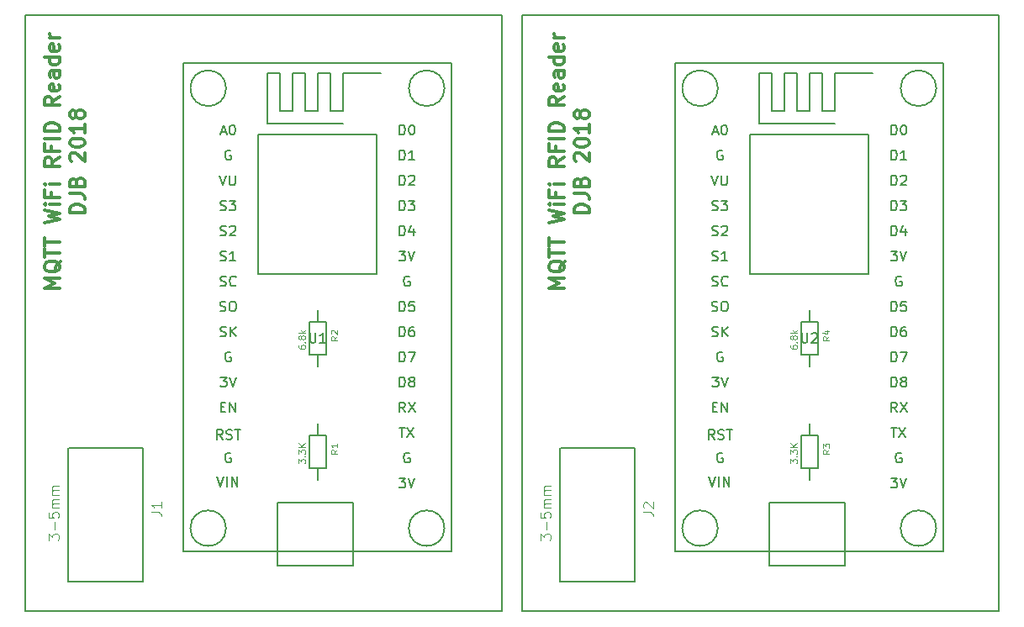
<source format=gbr>
G04 #@! TF.GenerationSoftware,KiCad,Pcbnew,5.0.2-bee76a0~70~ubuntu16.04.1*
G04 #@! TF.CreationDate,2018-12-11T21:33:29-07:00*
G04 #@! TF.ProjectId,ESP8266-WiFi-RFID,45535038-3236-4362-9d57-6946692d5246,rev?*
G04 #@! TF.SameCoordinates,Original*
G04 #@! TF.FileFunction,Legend,Top*
G04 #@! TF.FilePolarity,Positive*
%FSLAX46Y46*%
G04 Gerber Fmt 4.6, Leading zero omitted, Abs format (unit mm)*
G04 Created by KiCad (PCBNEW 5.0.2-bee76a0~70~ubuntu16.04.1) date Tue 11 Dec 2018 21:33:29 MST*
%MOMM*%
%LPD*%
G01*
G04 APERTURE LIST*
%ADD10C,0.300000*%
%ADD11C,0.200000*%
%ADD12C,0.127000*%
%ADD13C,0.150000*%
%ADD14C,0.050000*%
G04 APERTURE END LIST*
D10*
X79413571Y-91454285D02*
X77913571Y-91454285D01*
X78985000Y-90954285D01*
X77913571Y-90454285D01*
X79413571Y-90454285D01*
X79556428Y-88740000D02*
X79485000Y-88882857D01*
X79342142Y-89025714D01*
X79127857Y-89240000D01*
X79056428Y-89382857D01*
X79056428Y-89525714D01*
X79413571Y-89454285D02*
X79342142Y-89597142D01*
X79199285Y-89740000D01*
X78913571Y-89811428D01*
X78413571Y-89811428D01*
X78127857Y-89740000D01*
X77985000Y-89597142D01*
X77913571Y-89454285D01*
X77913571Y-89168571D01*
X77985000Y-89025714D01*
X78127857Y-88882857D01*
X78413571Y-88811428D01*
X78913571Y-88811428D01*
X79199285Y-88882857D01*
X79342142Y-89025714D01*
X79413571Y-89168571D01*
X79413571Y-89454285D01*
X77913571Y-88382857D02*
X77913571Y-87525714D01*
X79413571Y-87954285D02*
X77913571Y-87954285D01*
X77913571Y-87240000D02*
X77913571Y-86382857D01*
X79413571Y-86811428D02*
X77913571Y-86811428D01*
X77913571Y-84882857D02*
X79413571Y-84525714D01*
X78342142Y-84240000D01*
X79413571Y-83954285D01*
X77913571Y-83597142D01*
X79413571Y-83025714D02*
X78413571Y-83025714D01*
X77913571Y-83025714D02*
X77985000Y-83097142D01*
X78056428Y-83025714D01*
X77985000Y-82954285D01*
X77913571Y-83025714D01*
X78056428Y-83025714D01*
X78627857Y-81811428D02*
X78627857Y-82311428D01*
X79413571Y-82311428D02*
X77913571Y-82311428D01*
X77913571Y-81597142D01*
X79413571Y-81025714D02*
X78413571Y-81025714D01*
X77913571Y-81025714D02*
X77985000Y-81097142D01*
X78056428Y-81025714D01*
X77985000Y-80954285D01*
X77913571Y-81025714D01*
X78056428Y-81025714D01*
X79413571Y-78311428D02*
X78699285Y-78811428D01*
X79413571Y-79168571D02*
X77913571Y-79168571D01*
X77913571Y-78597142D01*
X77985000Y-78454285D01*
X78056428Y-78382857D01*
X78199285Y-78311428D01*
X78413571Y-78311428D01*
X78556428Y-78382857D01*
X78627857Y-78454285D01*
X78699285Y-78597142D01*
X78699285Y-79168571D01*
X78627857Y-77168571D02*
X78627857Y-77668571D01*
X79413571Y-77668571D02*
X77913571Y-77668571D01*
X77913571Y-76954285D01*
X79413571Y-76382857D02*
X77913571Y-76382857D01*
X79413571Y-75668571D02*
X77913571Y-75668571D01*
X77913571Y-75311428D01*
X77985000Y-75097142D01*
X78127857Y-74954285D01*
X78270714Y-74882857D01*
X78556428Y-74811428D01*
X78770714Y-74811428D01*
X79056428Y-74882857D01*
X79199285Y-74954285D01*
X79342142Y-75097142D01*
X79413571Y-75311428D01*
X79413571Y-75668571D01*
X79413571Y-72168571D02*
X78699285Y-72668571D01*
X79413571Y-73025714D02*
X77913571Y-73025714D01*
X77913571Y-72454285D01*
X77985000Y-72311428D01*
X78056428Y-72240000D01*
X78199285Y-72168571D01*
X78413571Y-72168571D01*
X78556428Y-72240000D01*
X78627857Y-72311428D01*
X78699285Y-72454285D01*
X78699285Y-73025714D01*
X79342142Y-70954285D02*
X79413571Y-71097142D01*
X79413571Y-71382857D01*
X79342142Y-71525714D01*
X79199285Y-71597142D01*
X78627857Y-71597142D01*
X78485000Y-71525714D01*
X78413571Y-71382857D01*
X78413571Y-71097142D01*
X78485000Y-70954285D01*
X78627857Y-70882857D01*
X78770714Y-70882857D01*
X78913571Y-71597142D01*
X79413571Y-69597142D02*
X78627857Y-69597142D01*
X78485000Y-69668571D01*
X78413571Y-69811428D01*
X78413571Y-70097142D01*
X78485000Y-70240000D01*
X79342142Y-69597142D02*
X79413571Y-69740000D01*
X79413571Y-70097142D01*
X79342142Y-70240000D01*
X79199285Y-70311428D01*
X79056428Y-70311428D01*
X78913571Y-70240000D01*
X78842142Y-70097142D01*
X78842142Y-69740000D01*
X78770714Y-69597142D01*
X79413571Y-68240000D02*
X77913571Y-68240000D01*
X79342142Y-68240000D02*
X79413571Y-68382857D01*
X79413571Y-68668571D01*
X79342142Y-68811428D01*
X79270714Y-68882857D01*
X79127857Y-68954285D01*
X78699285Y-68954285D01*
X78556428Y-68882857D01*
X78485000Y-68811428D01*
X78413571Y-68668571D01*
X78413571Y-68382857D01*
X78485000Y-68240000D01*
X79342142Y-66954285D02*
X79413571Y-67097142D01*
X79413571Y-67382857D01*
X79342142Y-67525714D01*
X79199285Y-67597142D01*
X78627857Y-67597142D01*
X78485000Y-67525714D01*
X78413571Y-67382857D01*
X78413571Y-67097142D01*
X78485000Y-66954285D01*
X78627857Y-66882857D01*
X78770714Y-66882857D01*
X78913571Y-67597142D01*
X79413571Y-66240000D02*
X78413571Y-66240000D01*
X78699285Y-66240000D02*
X78556428Y-66168571D01*
X78485000Y-66097142D01*
X78413571Y-65954285D01*
X78413571Y-65811428D01*
X81963571Y-83882857D02*
X80463571Y-83882857D01*
X80463571Y-83525714D01*
X80535000Y-83311428D01*
X80677857Y-83168571D01*
X80820714Y-83097142D01*
X81106428Y-83025714D01*
X81320714Y-83025714D01*
X81606428Y-83097142D01*
X81749285Y-83168571D01*
X81892142Y-83311428D01*
X81963571Y-83525714D01*
X81963571Y-83882857D01*
X80463571Y-81954285D02*
X81535000Y-81954285D01*
X81749285Y-82025714D01*
X81892142Y-82168571D01*
X81963571Y-82382857D01*
X81963571Y-82525714D01*
X81177857Y-80740000D02*
X81249285Y-80525714D01*
X81320714Y-80454285D01*
X81463571Y-80382857D01*
X81677857Y-80382857D01*
X81820714Y-80454285D01*
X81892142Y-80525714D01*
X81963571Y-80668571D01*
X81963571Y-81240000D01*
X80463571Y-81240000D01*
X80463571Y-80740000D01*
X80535000Y-80597142D01*
X80606428Y-80525714D01*
X80749285Y-80454285D01*
X80892142Y-80454285D01*
X81035000Y-80525714D01*
X81106428Y-80597142D01*
X81177857Y-80740000D01*
X81177857Y-81240000D01*
X80606428Y-78668571D02*
X80535000Y-78597142D01*
X80463571Y-78454285D01*
X80463571Y-78097142D01*
X80535000Y-77954285D01*
X80606428Y-77882857D01*
X80749285Y-77811428D01*
X80892142Y-77811428D01*
X81106428Y-77882857D01*
X81963571Y-78740000D01*
X81963571Y-77811428D01*
X80463571Y-76882857D02*
X80463571Y-76740000D01*
X80535000Y-76597142D01*
X80606428Y-76525714D01*
X80749285Y-76454285D01*
X81035000Y-76382857D01*
X81392142Y-76382857D01*
X81677857Y-76454285D01*
X81820714Y-76525714D01*
X81892142Y-76597142D01*
X81963571Y-76740000D01*
X81963571Y-76882857D01*
X81892142Y-77025714D01*
X81820714Y-77097142D01*
X81677857Y-77168571D01*
X81392142Y-77240000D01*
X81035000Y-77240000D01*
X80749285Y-77168571D01*
X80606428Y-77097142D01*
X80535000Y-77025714D01*
X80463571Y-76882857D01*
X81963571Y-74954285D02*
X81963571Y-75811428D01*
X81963571Y-75382857D02*
X80463571Y-75382857D01*
X80677857Y-75525714D01*
X80820714Y-75668571D01*
X80892142Y-75811428D01*
X81106428Y-74097142D02*
X81035000Y-74240000D01*
X80963571Y-74311428D01*
X80820714Y-74382857D01*
X80749285Y-74382857D01*
X80606428Y-74311428D01*
X80535000Y-74240000D01*
X80463571Y-74097142D01*
X80463571Y-73811428D01*
X80535000Y-73668571D01*
X80606428Y-73597142D01*
X80749285Y-73525714D01*
X80820714Y-73525714D01*
X80963571Y-73597142D01*
X81035000Y-73668571D01*
X81106428Y-73811428D01*
X81106428Y-74097142D01*
X81177857Y-74240000D01*
X81249285Y-74311428D01*
X81392142Y-74382857D01*
X81677857Y-74382857D01*
X81820714Y-74311428D01*
X81892142Y-74240000D01*
X81963571Y-74097142D01*
X81963571Y-73811428D01*
X81892142Y-73668571D01*
X81820714Y-73597142D01*
X81677857Y-73525714D01*
X81392142Y-73525714D01*
X81249285Y-73597142D01*
X81177857Y-73668571D01*
X81106428Y-73811428D01*
X130213571Y-91454285D02*
X128713571Y-91454285D01*
X129785000Y-90954285D01*
X128713571Y-90454285D01*
X130213571Y-90454285D01*
X130356428Y-88740000D02*
X130285000Y-88882857D01*
X130142142Y-89025714D01*
X129927857Y-89240000D01*
X129856428Y-89382857D01*
X129856428Y-89525714D01*
X130213571Y-89454285D02*
X130142142Y-89597142D01*
X129999285Y-89740000D01*
X129713571Y-89811428D01*
X129213571Y-89811428D01*
X128927857Y-89740000D01*
X128785000Y-89597142D01*
X128713571Y-89454285D01*
X128713571Y-89168571D01*
X128785000Y-89025714D01*
X128927857Y-88882857D01*
X129213571Y-88811428D01*
X129713571Y-88811428D01*
X129999285Y-88882857D01*
X130142142Y-89025714D01*
X130213571Y-89168571D01*
X130213571Y-89454285D01*
X128713571Y-88382857D02*
X128713571Y-87525714D01*
X130213571Y-87954285D02*
X128713571Y-87954285D01*
X128713571Y-87240000D02*
X128713571Y-86382857D01*
X130213571Y-86811428D02*
X128713571Y-86811428D01*
X128713571Y-84882857D02*
X130213571Y-84525714D01*
X129142142Y-84240000D01*
X130213571Y-83954285D01*
X128713571Y-83597142D01*
X130213571Y-83025714D02*
X129213571Y-83025714D01*
X128713571Y-83025714D02*
X128785000Y-83097142D01*
X128856428Y-83025714D01*
X128785000Y-82954285D01*
X128713571Y-83025714D01*
X128856428Y-83025714D01*
X129427857Y-81811428D02*
X129427857Y-82311428D01*
X130213571Y-82311428D02*
X128713571Y-82311428D01*
X128713571Y-81597142D01*
X130213571Y-81025714D02*
X129213571Y-81025714D01*
X128713571Y-81025714D02*
X128785000Y-81097142D01*
X128856428Y-81025714D01*
X128785000Y-80954285D01*
X128713571Y-81025714D01*
X128856428Y-81025714D01*
X130213571Y-78311428D02*
X129499285Y-78811428D01*
X130213571Y-79168571D02*
X128713571Y-79168571D01*
X128713571Y-78597142D01*
X128785000Y-78454285D01*
X128856428Y-78382857D01*
X128999285Y-78311428D01*
X129213571Y-78311428D01*
X129356428Y-78382857D01*
X129427857Y-78454285D01*
X129499285Y-78597142D01*
X129499285Y-79168571D01*
X129427857Y-77168571D02*
X129427857Y-77668571D01*
X130213571Y-77668571D02*
X128713571Y-77668571D01*
X128713571Y-76954285D01*
X130213571Y-76382857D02*
X128713571Y-76382857D01*
X130213571Y-75668571D02*
X128713571Y-75668571D01*
X128713571Y-75311428D01*
X128785000Y-75097142D01*
X128927857Y-74954285D01*
X129070714Y-74882857D01*
X129356428Y-74811428D01*
X129570714Y-74811428D01*
X129856428Y-74882857D01*
X129999285Y-74954285D01*
X130142142Y-75097142D01*
X130213571Y-75311428D01*
X130213571Y-75668571D01*
X130213571Y-72168571D02*
X129499285Y-72668571D01*
X130213571Y-73025714D02*
X128713571Y-73025714D01*
X128713571Y-72454285D01*
X128785000Y-72311428D01*
X128856428Y-72240000D01*
X128999285Y-72168571D01*
X129213571Y-72168571D01*
X129356428Y-72240000D01*
X129427857Y-72311428D01*
X129499285Y-72454285D01*
X129499285Y-73025714D01*
X130142142Y-70954285D02*
X130213571Y-71097142D01*
X130213571Y-71382857D01*
X130142142Y-71525714D01*
X129999285Y-71597142D01*
X129427857Y-71597142D01*
X129285000Y-71525714D01*
X129213571Y-71382857D01*
X129213571Y-71097142D01*
X129285000Y-70954285D01*
X129427857Y-70882857D01*
X129570714Y-70882857D01*
X129713571Y-71597142D01*
X130213571Y-69597142D02*
X129427857Y-69597142D01*
X129285000Y-69668571D01*
X129213571Y-69811428D01*
X129213571Y-70097142D01*
X129285000Y-70240000D01*
X130142142Y-69597142D02*
X130213571Y-69740000D01*
X130213571Y-70097142D01*
X130142142Y-70240000D01*
X129999285Y-70311428D01*
X129856428Y-70311428D01*
X129713571Y-70240000D01*
X129642142Y-70097142D01*
X129642142Y-69740000D01*
X129570714Y-69597142D01*
X130213571Y-68240000D02*
X128713571Y-68240000D01*
X130142142Y-68240000D02*
X130213571Y-68382857D01*
X130213571Y-68668571D01*
X130142142Y-68811428D01*
X130070714Y-68882857D01*
X129927857Y-68954285D01*
X129499285Y-68954285D01*
X129356428Y-68882857D01*
X129285000Y-68811428D01*
X129213571Y-68668571D01*
X129213571Y-68382857D01*
X129285000Y-68240000D01*
X130142142Y-66954285D02*
X130213571Y-67097142D01*
X130213571Y-67382857D01*
X130142142Y-67525714D01*
X129999285Y-67597142D01*
X129427857Y-67597142D01*
X129285000Y-67525714D01*
X129213571Y-67382857D01*
X129213571Y-67097142D01*
X129285000Y-66954285D01*
X129427857Y-66882857D01*
X129570714Y-66882857D01*
X129713571Y-67597142D01*
X130213571Y-66240000D02*
X129213571Y-66240000D01*
X129499285Y-66240000D02*
X129356428Y-66168571D01*
X129285000Y-66097142D01*
X129213571Y-65954285D01*
X129213571Y-65811428D01*
X132763571Y-83882857D02*
X131263571Y-83882857D01*
X131263571Y-83525714D01*
X131335000Y-83311428D01*
X131477857Y-83168571D01*
X131620714Y-83097142D01*
X131906428Y-83025714D01*
X132120714Y-83025714D01*
X132406428Y-83097142D01*
X132549285Y-83168571D01*
X132692142Y-83311428D01*
X132763571Y-83525714D01*
X132763571Y-83882857D01*
X131263571Y-81954285D02*
X132335000Y-81954285D01*
X132549285Y-82025714D01*
X132692142Y-82168571D01*
X132763571Y-82382857D01*
X132763571Y-82525714D01*
X131977857Y-80740000D02*
X132049285Y-80525714D01*
X132120714Y-80454285D01*
X132263571Y-80382857D01*
X132477857Y-80382857D01*
X132620714Y-80454285D01*
X132692142Y-80525714D01*
X132763571Y-80668571D01*
X132763571Y-81240000D01*
X131263571Y-81240000D01*
X131263571Y-80740000D01*
X131335000Y-80597142D01*
X131406428Y-80525714D01*
X131549285Y-80454285D01*
X131692142Y-80454285D01*
X131835000Y-80525714D01*
X131906428Y-80597142D01*
X131977857Y-80740000D01*
X131977857Y-81240000D01*
X131406428Y-78668571D02*
X131335000Y-78597142D01*
X131263571Y-78454285D01*
X131263571Y-78097142D01*
X131335000Y-77954285D01*
X131406428Y-77882857D01*
X131549285Y-77811428D01*
X131692142Y-77811428D01*
X131906428Y-77882857D01*
X132763571Y-78740000D01*
X132763571Y-77811428D01*
X131263571Y-76882857D02*
X131263571Y-76740000D01*
X131335000Y-76597142D01*
X131406428Y-76525714D01*
X131549285Y-76454285D01*
X131835000Y-76382857D01*
X132192142Y-76382857D01*
X132477857Y-76454285D01*
X132620714Y-76525714D01*
X132692142Y-76597142D01*
X132763571Y-76740000D01*
X132763571Y-76882857D01*
X132692142Y-77025714D01*
X132620714Y-77097142D01*
X132477857Y-77168571D01*
X132192142Y-77240000D01*
X131835000Y-77240000D01*
X131549285Y-77168571D01*
X131406428Y-77097142D01*
X131335000Y-77025714D01*
X131263571Y-76882857D01*
X132763571Y-74954285D02*
X132763571Y-75811428D01*
X132763571Y-75382857D02*
X131263571Y-75382857D01*
X131477857Y-75525714D01*
X131620714Y-75668571D01*
X131692142Y-75811428D01*
X131906428Y-74097142D02*
X131835000Y-74240000D01*
X131763571Y-74311428D01*
X131620714Y-74382857D01*
X131549285Y-74382857D01*
X131406428Y-74311428D01*
X131335000Y-74240000D01*
X131263571Y-74097142D01*
X131263571Y-73811428D01*
X131335000Y-73668571D01*
X131406428Y-73597142D01*
X131549285Y-73525714D01*
X131620714Y-73525714D01*
X131763571Y-73597142D01*
X131835000Y-73668571D01*
X131906428Y-73811428D01*
X131906428Y-74097142D01*
X131977857Y-74240000D01*
X132049285Y-74311428D01*
X132192142Y-74382857D01*
X132477857Y-74382857D01*
X132620714Y-74311428D01*
X132692142Y-74240000D01*
X132763571Y-74097142D01*
X132763571Y-73811428D01*
X132692142Y-73668571D01*
X132620714Y-73597142D01*
X132477857Y-73525714D01*
X132192142Y-73525714D01*
X132049285Y-73597142D01*
X131977857Y-73668571D01*
X131906428Y-73811428D01*
D11*
X126000000Y-64000000D02*
X174000000Y-64000000D01*
X126000000Y-124000000D02*
X174000000Y-124000000D01*
X76000000Y-124000000D02*
X124000000Y-124000000D01*
X174000000Y-64000000D02*
X174000000Y-124000000D01*
X124000000Y-64000000D02*
X124000000Y-124000000D01*
X126000000Y-64000000D02*
X126000000Y-124000000D01*
X76000000Y-64000000D02*
X76000000Y-124000000D01*
X124000000Y-64000000D02*
X76000000Y-64000000D01*
D12*
G04 #@! TO.C,J1*
X87820000Y-121050000D02*
X87820000Y-107550000D01*
X87820000Y-107550000D02*
X80420000Y-107550000D01*
X80420000Y-121050000D02*
X87820000Y-121050000D01*
X80320000Y-121050000D02*
X80320000Y-107550000D01*
G04 #@! TO.C,J2*
X129850000Y-121050000D02*
X129850000Y-107550000D01*
X129950000Y-121050000D02*
X137350000Y-121050000D01*
X137350000Y-107550000D02*
X129950000Y-107550000D01*
X137350000Y-121050000D02*
X137350000Y-107550000D01*
G04 #@! TO.C,R1*
X105410000Y-109600000D02*
X105410000Y-110750000D01*
X105410000Y-106300000D02*
X105410000Y-105150000D01*
X105410000Y-106300000D02*
X106260000Y-106300000D01*
X104560000Y-106300000D02*
X105410000Y-106300000D01*
X104560000Y-109600000D02*
X104560000Y-106300000D01*
X105410000Y-109600000D02*
X104560000Y-109600000D01*
X106260000Y-109600000D02*
X105410000Y-109600000D01*
X106260000Y-106300000D02*
X106260000Y-109600000D01*
G04 #@! TO.C,R2*
X106260000Y-94870000D02*
X106260000Y-98170000D01*
X106260000Y-98170000D02*
X105410000Y-98170000D01*
X105410000Y-98170000D02*
X104560000Y-98170000D01*
X104560000Y-98170000D02*
X104560000Y-94870000D01*
X104560000Y-94870000D02*
X105410000Y-94870000D01*
X105410000Y-94870000D02*
X106260000Y-94870000D01*
X105410000Y-94870000D02*
X105410000Y-93720000D01*
X105410000Y-98170000D02*
X105410000Y-99320000D01*
G04 #@! TO.C,R3*
X154940000Y-109600000D02*
X154940000Y-110750000D01*
X154940000Y-106300000D02*
X154940000Y-105150000D01*
X154940000Y-106300000D02*
X155790000Y-106300000D01*
X154090000Y-106300000D02*
X154940000Y-106300000D01*
X154090000Y-109600000D02*
X154090000Y-106300000D01*
X154940000Y-109600000D02*
X154090000Y-109600000D01*
X155790000Y-109600000D02*
X154940000Y-109600000D01*
X155790000Y-106300000D02*
X155790000Y-109600000D01*
G04 #@! TO.C,R4*
X155790000Y-94870000D02*
X155790000Y-98170000D01*
X155790000Y-98170000D02*
X154940000Y-98170000D01*
X154940000Y-98170000D02*
X154090000Y-98170000D01*
X154090000Y-98170000D02*
X154090000Y-94870000D01*
X154090000Y-94870000D02*
X154940000Y-94870000D01*
X154940000Y-94870000D02*
X155790000Y-94870000D01*
X154940000Y-94870000D02*
X154940000Y-93720000D01*
X154940000Y-98170000D02*
X154940000Y-99320000D01*
D13*
G04 #@! TO.C,U1*
X99410000Y-76020000D02*
X111410000Y-76020000D01*
X111410000Y-76020000D02*
X111410000Y-90020000D01*
X111410000Y-90020000D02*
X99410000Y-90020000D01*
X99410000Y-90020000D02*
X99410000Y-76020000D01*
X107950000Y-74890000D02*
X100330000Y-74890000D01*
X100330000Y-74890000D02*
X100330000Y-69810000D01*
X100330000Y-69810000D02*
X101600000Y-69810000D01*
X101600000Y-69810000D02*
X101600000Y-73620000D01*
X101600000Y-73620000D02*
X102870000Y-73620000D01*
X102870000Y-73620000D02*
X102870000Y-69810000D01*
X102870000Y-69810000D02*
X104140000Y-69810000D01*
X104140000Y-69810000D02*
X104140000Y-73620000D01*
X104140000Y-73620000D02*
X105410000Y-73620000D01*
X105410000Y-73620000D02*
X105410000Y-69810000D01*
X105410000Y-69810000D02*
X106680000Y-69810000D01*
X106680000Y-69810000D02*
X106680000Y-73620000D01*
X106680000Y-73620000D02*
X107950000Y-73620000D01*
X107950000Y-73620000D02*
X107950000Y-69810000D01*
X107950000Y-69810000D02*
X111760000Y-69810000D01*
X101350000Y-119460000D02*
X108970000Y-119460000D01*
X108970000Y-119460000D02*
X108970000Y-113110000D01*
X108970000Y-113110000D02*
X101350000Y-113110000D01*
X101350000Y-113110000D02*
X101350000Y-119460000D01*
X118206051Y-115650000D02*
G75*
G03X118206051Y-115650000I-1796051J0D01*
G01*
X96206051Y-115650000D02*
G75*
G03X96206051Y-115650000I-1796051J0D01*
G01*
X96206051Y-71330000D02*
G75*
G03X96206051Y-71330000I-1796051J0D01*
G01*
X118206051Y-71330000D02*
G75*
G03X118206051Y-71330000I-1796051J0D01*
G01*
X118910000Y-68770000D02*
X91910000Y-68770000D01*
X91910000Y-68770000D02*
X91910000Y-118020000D01*
X91910000Y-118020000D02*
X118910000Y-118020000D01*
X118910000Y-118020000D02*
X118910000Y-68770000D01*
G04 #@! TO.C,U2*
X168440000Y-118020000D02*
X168440000Y-68770000D01*
X141440000Y-118020000D02*
X168440000Y-118020000D01*
X141440000Y-68770000D02*
X141440000Y-118020000D01*
X168440000Y-68770000D02*
X141440000Y-68770000D01*
X167736051Y-71330000D02*
G75*
G03X167736051Y-71330000I-1796051J0D01*
G01*
X145736051Y-71330000D02*
G75*
G03X145736051Y-71330000I-1796051J0D01*
G01*
X145736051Y-115650000D02*
G75*
G03X145736051Y-115650000I-1796051J0D01*
G01*
X167736051Y-115650000D02*
G75*
G03X167736051Y-115650000I-1796051J0D01*
G01*
X150880000Y-113110000D02*
X150880000Y-119460000D01*
X158500000Y-113110000D02*
X150880000Y-113110000D01*
X158500000Y-119460000D02*
X158500000Y-113110000D01*
X150880000Y-119460000D02*
X158500000Y-119460000D01*
X157480000Y-69810000D02*
X161290000Y-69810000D01*
X157480000Y-73620000D02*
X157480000Y-69810000D01*
X156210000Y-73620000D02*
X157480000Y-73620000D01*
X156210000Y-69810000D02*
X156210000Y-73620000D01*
X154940000Y-69810000D02*
X156210000Y-69810000D01*
X154940000Y-73620000D02*
X154940000Y-69810000D01*
X153670000Y-73620000D02*
X154940000Y-73620000D01*
X153670000Y-69810000D02*
X153670000Y-73620000D01*
X152400000Y-69810000D02*
X153670000Y-69810000D01*
X152400000Y-73620000D02*
X152400000Y-69810000D01*
X151130000Y-73620000D02*
X152400000Y-73620000D01*
X151130000Y-69810000D02*
X151130000Y-73620000D01*
X149860000Y-69810000D02*
X151130000Y-69810000D01*
X149860000Y-74890000D02*
X149860000Y-69810000D01*
X157480000Y-74890000D02*
X149860000Y-74890000D01*
X148940000Y-90020000D02*
X148940000Y-76020000D01*
X160940000Y-90020000D02*
X148940000Y-90020000D01*
X160940000Y-76020000D02*
X160940000Y-90020000D01*
X148940000Y-76020000D02*
X160940000Y-76020000D01*
G04 #@! TO.C,J1*
D14*
X88684280Y-114031333D02*
X89398566Y-114031333D01*
X89541423Y-114078952D01*
X89636661Y-114174190D01*
X89684280Y-114317047D01*
X89684280Y-114412285D01*
X89684280Y-113031333D02*
X89684280Y-113602761D01*
X89684280Y-113317047D02*
X88684280Y-113317047D01*
X88827138Y-113412285D01*
X88922376Y-113507523D01*
X88969995Y-113602761D01*
X78352380Y-116844904D02*
X78352380Y-116225857D01*
X78733333Y-116559190D01*
X78733333Y-116416333D01*
X78780952Y-116321095D01*
X78828571Y-116273476D01*
X78923809Y-116225857D01*
X79161904Y-116225857D01*
X79257142Y-116273476D01*
X79304761Y-116321095D01*
X79352380Y-116416333D01*
X79352380Y-116702047D01*
X79304761Y-116797285D01*
X79257142Y-116844904D01*
X78971428Y-115797285D02*
X78971428Y-115035380D01*
X78352380Y-114083000D02*
X78352380Y-114559190D01*
X78828571Y-114606809D01*
X78780952Y-114559190D01*
X78733333Y-114463952D01*
X78733333Y-114225857D01*
X78780952Y-114130619D01*
X78828571Y-114083000D01*
X78923809Y-114035380D01*
X79161904Y-114035380D01*
X79257142Y-114083000D01*
X79304761Y-114130619D01*
X79352380Y-114225857D01*
X79352380Y-114463952D01*
X79304761Y-114559190D01*
X79257142Y-114606809D01*
X79352380Y-113606809D02*
X78685714Y-113606809D01*
X78780952Y-113606809D02*
X78733333Y-113559190D01*
X78685714Y-113463952D01*
X78685714Y-113321095D01*
X78733333Y-113225857D01*
X78828571Y-113178238D01*
X79352380Y-113178238D01*
X78828571Y-113178238D02*
X78733333Y-113130619D01*
X78685714Y-113035380D01*
X78685714Y-112892523D01*
X78733333Y-112797285D01*
X78828571Y-112749666D01*
X79352380Y-112749666D01*
X79352380Y-112273476D02*
X78685714Y-112273476D01*
X78780952Y-112273476D02*
X78733333Y-112225857D01*
X78685714Y-112130619D01*
X78685714Y-111987761D01*
X78733333Y-111892523D01*
X78828571Y-111844904D01*
X79352380Y-111844904D01*
X78828571Y-111844904D02*
X78733333Y-111797285D01*
X78685714Y-111702047D01*
X78685714Y-111559190D01*
X78733333Y-111463952D01*
X78828571Y-111416333D01*
X79352380Y-111416333D01*
G04 #@! TO.C,J2*
X138214280Y-114031333D02*
X138928566Y-114031333D01*
X139071423Y-114078952D01*
X139166661Y-114174190D01*
X139214280Y-114317047D01*
X139214280Y-114412285D01*
X138309519Y-113602761D02*
X138261900Y-113555142D01*
X138214280Y-113459904D01*
X138214280Y-113221809D01*
X138261900Y-113126571D01*
X138309519Y-113078952D01*
X138404757Y-113031333D01*
X138499995Y-113031333D01*
X138642852Y-113078952D01*
X139214280Y-113650380D01*
X139214280Y-113031333D01*
X127882380Y-116844904D02*
X127882380Y-116225857D01*
X128263333Y-116559190D01*
X128263333Y-116416333D01*
X128310952Y-116321095D01*
X128358571Y-116273476D01*
X128453809Y-116225857D01*
X128691904Y-116225857D01*
X128787142Y-116273476D01*
X128834761Y-116321095D01*
X128882380Y-116416333D01*
X128882380Y-116702047D01*
X128834761Y-116797285D01*
X128787142Y-116844904D01*
X128501428Y-115797285D02*
X128501428Y-115035380D01*
X127882380Y-114083000D02*
X127882380Y-114559190D01*
X128358571Y-114606809D01*
X128310952Y-114559190D01*
X128263333Y-114463952D01*
X128263333Y-114225857D01*
X128310952Y-114130619D01*
X128358571Y-114083000D01*
X128453809Y-114035380D01*
X128691904Y-114035380D01*
X128787142Y-114083000D01*
X128834761Y-114130619D01*
X128882380Y-114225857D01*
X128882380Y-114463952D01*
X128834761Y-114559190D01*
X128787142Y-114606809D01*
X128882380Y-113606809D02*
X128215714Y-113606809D01*
X128310952Y-113606809D02*
X128263333Y-113559190D01*
X128215714Y-113463952D01*
X128215714Y-113321095D01*
X128263333Y-113225857D01*
X128358571Y-113178238D01*
X128882380Y-113178238D01*
X128358571Y-113178238D02*
X128263333Y-113130619D01*
X128215714Y-113035380D01*
X128215714Y-112892523D01*
X128263333Y-112797285D01*
X128358571Y-112749666D01*
X128882380Y-112749666D01*
X128882380Y-112273476D02*
X128215714Y-112273476D01*
X128310952Y-112273476D02*
X128263333Y-112225857D01*
X128215714Y-112130619D01*
X128215714Y-111987761D01*
X128263333Y-111892523D01*
X128358571Y-111844904D01*
X128882380Y-111844904D01*
X128358571Y-111844904D02*
X128263333Y-111797285D01*
X128215714Y-111702047D01*
X128215714Y-111559190D01*
X128263333Y-111463952D01*
X128358571Y-111416333D01*
X128882380Y-111416333D01*
G04 #@! TO.C,R1*
X107431276Y-107772414D02*
X107117932Y-107991754D01*
X107431276Y-108148426D02*
X106773255Y-108148426D01*
X106773255Y-107897751D01*
X106804589Y-107835082D01*
X106835923Y-107803748D01*
X106898592Y-107772414D01*
X106992595Y-107772414D01*
X107055264Y-107803748D01*
X107086598Y-107835082D01*
X107117932Y-107897751D01*
X107117932Y-108148426D01*
X107431276Y-107145727D02*
X107431276Y-107521739D01*
X107431276Y-107333733D02*
X106773255Y-107333733D01*
X106867258Y-107396402D01*
X106929926Y-107459070D01*
X106961261Y-107521739D01*
X103511993Y-109097009D02*
X103511993Y-108690339D01*
X103762252Y-108909315D01*
X103762252Y-108815468D01*
X103793534Y-108752904D01*
X103824816Y-108721621D01*
X103887381Y-108690339D01*
X104043792Y-108690339D01*
X104106357Y-108721621D01*
X104137639Y-108752904D01*
X104168921Y-108815468D01*
X104168921Y-109003162D01*
X104137639Y-109065727D01*
X104106357Y-109097009D01*
X104106357Y-108408799D02*
X104137639Y-108377516D01*
X104168921Y-108408799D01*
X104137639Y-108440081D01*
X104106357Y-108408799D01*
X104168921Y-108408799D01*
X103511993Y-108158540D02*
X103511993Y-107751871D01*
X103762252Y-107970847D01*
X103762252Y-107877000D01*
X103793534Y-107814435D01*
X103824816Y-107783153D01*
X103887381Y-107751871D01*
X104043792Y-107751871D01*
X104106357Y-107783153D01*
X104137639Y-107814435D01*
X104168921Y-107877000D01*
X104168921Y-108064693D01*
X104137639Y-108127258D01*
X104106357Y-108158540D01*
X104168921Y-107470330D02*
X103511993Y-107470330D01*
X104168921Y-107094943D02*
X103793534Y-107376483D01*
X103511993Y-107094943D02*
X103887381Y-107470330D01*
G04 #@! TO.C,R2*
X107431276Y-96342414D02*
X107117932Y-96561754D01*
X107431276Y-96718426D02*
X106773255Y-96718426D01*
X106773255Y-96467751D01*
X106804589Y-96405082D01*
X106835923Y-96373748D01*
X106898592Y-96342414D01*
X106992595Y-96342414D01*
X107055264Y-96373748D01*
X107086598Y-96405082D01*
X107117932Y-96467751D01*
X107117932Y-96718426D01*
X106835923Y-96091739D02*
X106804589Y-96060405D01*
X106773255Y-95997736D01*
X106773255Y-95841064D01*
X106804589Y-95778396D01*
X106835923Y-95747061D01*
X106898592Y-95715727D01*
X106961261Y-95715727D01*
X107055264Y-95747061D01*
X107431276Y-96123073D01*
X107431276Y-95715727D01*
X103511993Y-97260339D02*
X103511993Y-97385468D01*
X103543276Y-97448033D01*
X103574558Y-97479315D01*
X103668405Y-97541880D01*
X103793534Y-97573162D01*
X104043792Y-97573162D01*
X104106357Y-97541880D01*
X104137639Y-97510597D01*
X104168921Y-97448033D01*
X104168921Y-97322904D01*
X104137639Y-97260339D01*
X104106357Y-97229057D01*
X104043792Y-97197775D01*
X103887381Y-97197775D01*
X103824816Y-97229057D01*
X103793534Y-97260339D01*
X103762252Y-97322904D01*
X103762252Y-97448033D01*
X103793534Y-97510597D01*
X103824816Y-97541880D01*
X103887381Y-97573162D01*
X104106357Y-96916234D02*
X104137639Y-96884952D01*
X104168921Y-96916234D01*
X104137639Y-96947516D01*
X104106357Y-96916234D01*
X104168921Y-96916234D01*
X103793534Y-96509564D02*
X103762252Y-96572129D01*
X103730969Y-96603411D01*
X103668405Y-96634693D01*
X103637122Y-96634693D01*
X103574558Y-96603411D01*
X103543276Y-96572129D01*
X103511993Y-96509564D01*
X103511993Y-96384435D01*
X103543276Y-96321871D01*
X103574558Y-96290588D01*
X103637122Y-96259306D01*
X103668405Y-96259306D01*
X103730969Y-96290588D01*
X103762252Y-96321871D01*
X103793534Y-96384435D01*
X103793534Y-96509564D01*
X103824816Y-96572129D01*
X103856098Y-96603411D01*
X103918663Y-96634693D01*
X104043792Y-96634693D01*
X104106357Y-96603411D01*
X104137639Y-96572129D01*
X104168921Y-96509564D01*
X104168921Y-96384435D01*
X104137639Y-96321871D01*
X104106357Y-96290588D01*
X104043792Y-96259306D01*
X103918663Y-96259306D01*
X103856098Y-96290588D01*
X103824816Y-96321871D01*
X103793534Y-96384435D01*
X104168921Y-95977765D02*
X103511993Y-95977765D01*
X103918663Y-95915201D02*
X104168921Y-95727507D01*
X103730969Y-95727507D02*
X103981228Y-95977765D01*
G04 #@! TO.C,R3*
X156961276Y-107772414D02*
X156647932Y-107991754D01*
X156961276Y-108148426D02*
X156303255Y-108148426D01*
X156303255Y-107897751D01*
X156334589Y-107835082D01*
X156365923Y-107803748D01*
X156428592Y-107772414D01*
X156522595Y-107772414D01*
X156585264Y-107803748D01*
X156616598Y-107835082D01*
X156647932Y-107897751D01*
X156647932Y-108148426D01*
X156303255Y-107553073D02*
X156303255Y-107145727D01*
X156553929Y-107365067D01*
X156553929Y-107271064D01*
X156585264Y-107208396D01*
X156616598Y-107177061D01*
X156679267Y-107145727D01*
X156835938Y-107145727D01*
X156898607Y-107177061D01*
X156929941Y-107208396D01*
X156961276Y-107271064D01*
X156961276Y-107459070D01*
X156929941Y-107521739D01*
X156898607Y-107553073D01*
X153041993Y-109097009D02*
X153041993Y-108690339D01*
X153292252Y-108909315D01*
X153292252Y-108815468D01*
X153323534Y-108752904D01*
X153354816Y-108721621D01*
X153417381Y-108690339D01*
X153573792Y-108690339D01*
X153636357Y-108721621D01*
X153667639Y-108752904D01*
X153698921Y-108815468D01*
X153698921Y-109003162D01*
X153667639Y-109065727D01*
X153636357Y-109097009D01*
X153636357Y-108408799D02*
X153667639Y-108377516D01*
X153698921Y-108408799D01*
X153667639Y-108440081D01*
X153636357Y-108408799D01*
X153698921Y-108408799D01*
X153041993Y-108158540D02*
X153041993Y-107751871D01*
X153292252Y-107970847D01*
X153292252Y-107877000D01*
X153323534Y-107814435D01*
X153354816Y-107783153D01*
X153417381Y-107751871D01*
X153573792Y-107751871D01*
X153636357Y-107783153D01*
X153667639Y-107814435D01*
X153698921Y-107877000D01*
X153698921Y-108064693D01*
X153667639Y-108127258D01*
X153636357Y-108158540D01*
X153698921Y-107470330D02*
X153041993Y-107470330D01*
X153698921Y-107094943D02*
X153323534Y-107376483D01*
X153041993Y-107094943D02*
X153417381Y-107470330D01*
G04 #@! TO.C,R4*
X156961276Y-96342414D02*
X156647932Y-96561754D01*
X156961276Y-96718426D02*
X156303255Y-96718426D01*
X156303255Y-96467751D01*
X156334589Y-96405082D01*
X156365923Y-96373748D01*
X156428592Y-96342414D01*
X156522595Y-96342414D01*
X156585264Y-96373748D01*
X156616598Y-96405082D01*
X156647932Y-96467751D01*
X156647932Y-96718426D01*
X156522595Y-95778396D02*
X156961276Y-95778396D01*
X156271920Y-95935067D02*
X156741935Y-96091739D01*
X156741935Y-95684393D01*
X153041993Y-97260339D02*
X153041993Y-97385468D01*
X153073276Y-97448033D01*
X153104558Y-97479315D01*
X153198405Y-97541880D01*
X153323534Y-97573162D01*
X153573792Y-97573162D01*
X153636357Y-97541880D01*
X153667639Y-97510597D01*
X153698921Y-97448033D01*
X153698921Y-97322904D01*
X153667639Y-97260339D01*
X153636357Y-97229057D01*
X153573792Y-97197775D01*
X153417381Y-97197775D01*
X153354816Y-97229057D01*
X153323534Y-97260339D01*
X153292252Y-97322904D01*
X153292252Y-97448033D01*
X153323534Y-97510597D01*
X153354816Y-97541880D01*
X153417381Y-97573162D01*
X153636357Y-96916234D02*
X153667639Y-96884952D01*
X153698921Y-96916234D01*
X153667639Y-96947516D01*
X153636357Y-96916234D01*
X153698921Y-96916234D01*
X153323534Y-96509564D02*
X153292252Y-96572129D01*
X153260969Y-96603411D01*
X153198405Y-96634693D01*
X153167122Y-96634693D01*
X153104558Y-96603411D01*
X153073276Y-96572129D01*
X153041993Y-96509564D01*
X153041993Y-96384435D01*
X153073276Y-96321871D01*
X153104558Y-96290588D01*
X153167122Y-96259306D01*
X153198405Y-96259306D01*
X153260969Y-96290588D01*
X153292252Y-96321871D01*
X153323534Y-96384435D01*
X153323534Y-96509564D01*
X153354816Y-96572129D01*
X153386098Y-96603411D01*
X153448663Y-96634693D01*
X153573792Y-96634693D01*
X153636357Y-96603411D01*
X153667639Y-96572129D01*
X153698921Y-96509564D01*
X153698921Y-96384435D01*
X153667639Y-96321871D01*
X153636357Y-96290588D01*
X153573792Y-96259306D01*
X153448663Y-96259306D01*
X153386098Y-96290588D01*
X153354816Y-96321871D01*
X153323534Y-96384435D01*
X153698921Y-95977765D02*
X153041993Y-95977765D01*
X153448663Y-95915201D02*
X153698921Y-95727507D01*
X153260969Y-95727507D02*
X153511228Y-95977765D01*
G04 #@! TO.C,U1*
D13*
X104648095Y-95972380D02*
X104648095Y-96781904D01*
X104695714Y-96877142D01*
X104743333Y-96924761D01*
X104838571Y-96972380D01*
X105029047Y-96972380D01*
X105124285Y-96924761D01*
X105171904Y-96877142D01*
X105219523Y-96781904D01*
X105219523Y-95972380D01*
X106219523Y-96972380D02*
X105648095Y-96972380D01*
X105933809Y-96972380D02*
X105933809Y-95972380D01*
X105838571Y-96115238D01*
X105743333Y-96210476D01*
X105648095Y-96258095D01*
X95314761Y-110472380D02*
X95648095Y-111472380D01*
X95981428Y-110472380D01*
X96314761Y-111472380D02*
X96314761Y-110472380D01*
X96790952Y-111472380D02*
X96790952Y-110472380D01*
X97362380Y-111472380D01*
X97362380Y-110472380D01*
X96671904Y-108085000D02*
X96576666Y-108037380D01*
X96433809Y-108037380D01*
X96290952Y-108085000D01*
X96195714Y-108180238D01*
X96148095Y-108275476D01*
X96100476Y-108465952D01*
X96100476Y-108608809D01*
X96148095Y-108799285D01*
X96195714Y-108894523D01*
X96290952Y-108989761D01*
X96433809Y-109037380D01*
X96529047Y-109037380D01*
X96671904Y-108989761D01*
X96719523Y-108942142D01*
X96719523Y-108608809D01*
X96529047Y-108608809D01*
X95862380Y-106722380D02*
X95529047Y-106246190D01*
X95290952Y-106722380D02*
X95290952Y-105722380D01*
X95671904Y-105722380D01*
X95767142Y-105770000D01*
X95814761Y-105817619D01*
X95862380Y-105912857D01*
X95862380Y-106055714D01*
X95814761Y-106150952D01*
X95767142Y-106198571D01*
X95671904Y-106246190D01*
X95290952Y-106246190D01*
X96243333Y-106674761D02*
X96386190Y-106722380D01*
X96624285Y-106722380D01*
X96719523Y-106674761D01*
X96767142Y-106627142D01*
X96814761Y-106531904D01*
X96814761Y-106436666D01*
X96767142Y-106341428D01*
X96719523Y-106293809D01*
X96624285Y-106246190D01*
X96433809Y-106198571D01*
X96338571Y-106150952D01*
X96290952Y-106103333D01*
X96243333Y-106008095D01*
X96243333Y-105912857D01*
X96290952Y-105817619D01*
X96338571Y-105770000D01*
X96433809Y-105722380D01*
X96671904Y-105722380D01*
X96814761Y-105770000D01*
X97100476Y-105722380D02*
X97671904Y-105722380D01*
X97386190Y-106722380D02*
X97386190Y-105722380D01*
X95671904Y-103433571D02*
X96005238Y-103433571D01*
X96148095Y-103957380D02*
X95671904Y-103957380D01*
X95671904Y-102957380D01*
X96148095Y-102957380D01*
X96576666Y-103957380D02*
X96576666Y-102957380D01*
X97148095Y-103957380D01*
X97148095Y-102957380D01*
X95648095Y-100417380D02*
X96267142Y-100417380D01*
X95933809Y-100798333D01*
X96076666Y-100798333D01*
X96171904Y-100845952D01*
X96219523Y-100893571D01*
X96267142Y-100988809D01*
X96267142Y-101226904D01*
X96219523Y-101322142D01*
X96171904Y-101369761D01*
X96076666Y-101417380D01*
X95790952Y-101417380D01*
X95695714Y-101369761D01*
X95648095Y-101322142D01*
X96552857Y-100417380D02*
X96886190Y-101417380D01*
X97219523Y-100417380D01*
X96671904Y-97925000D02*
X96576666Y-97877380D01*
X96433809Y-97877380D01*
X96290952Y-97925000D01*
X96195714Y-98020238D01*
X96148095Y-98115476D01*
X96100476Y-98305952D01*
X96100476Y-98448809D01*
X96148095Y-98639285D01*
X96195714Y-98734523D01*
X96290952Y-98829761D01*
X96433809Y-98877380D01*
X96529047Y-98877380D01*
X96671904Y-98829761D01*
X96719523Y-98782142D01*
X96719523Y-98448809D01*
X96529047Y-98448809D01*
X95624285Y-96289761D02*
X95767142Y-96337380D01*
X96005238Y-96337380D01*
X96100476Y-96289761D01*
X96148095Y-96242142D01*
X96195714Y-96146904D01*
X96195714Y-96051666D01*
X96148095Y-95956428D01*
X96100476Y-95908809D01*
X96005238Y-95861190D01*
X95814761Y-95813571D01*
X95719523Y-95765952D01*
X95671904Y-95718333D01*
X95624285Y-95623095D01*
X95624285Y-95527857D01*
X95671904Y-95432619D01*
X95719523Y-95385000D01*
X95814761Y-95337380D01*
X96052857Y-95337380D01*
X96195714Y-95385000D01*
X96624285Y-96337380D02*
X96624285Y-95337380D01*
X97195714Y-96337380D02*
X96767142Y-95765952D01*
X97195714Y-95337380D02*
X96624285Y-95908809D01*
X95600476Y-93749761D02*
X95743333Y-93797380D01*
X95981428Y-93797380D01*
X96076666Y-93749761D01*
X96124285Y-93702142D01*
X96171904Y-93606904D01*
X96171904Y-93511666D01*
X96124285Y-93416428D01*
X96076666Y-93368809D01*
X95981428Y-93321190D01*
X95790952Y-93273571D01*
X95695714Y-93225952D01*
X95648095Y-93178333D01*
X95600476Y-93083095D01*
X95600476Y-92987857D01*
X95648095Y-92892619D01*
X95695714Y-92845000D01*
X95790952Y-92797380D01*
X96029047Y-92797380D01*
X96171904Y-92845000D01*
X96790952Y-92797380D02*
X96981428Y-92797380D01*
X97076666Y-92845000D01*
X97171904Y-92940238D01*
X97219523Y-93130714D01*
X97219523Y-93464047D01*
X97171904Y-93654523D01*
X97076666Y-93749761D01*
X96981428Y-93797380D01*
X96790952Y-93797380D01*
X96695714Y-93749761D01*
X96600476Y-93654523D01*
X96552857Y-93464047D01*
X96552857Y-93130714D01*
X96600476Y-92940238D01*
X96695714Y-92845000D01*
X96790952Y-92797380D01*
X95624285Y-91209761D02*
X95767142Y-91257380D01*
X96005238Y-91257380D01*
X96100476Y-91209761D01*
X96148095Y-91162142D01*
X96195714Y-91066904D01*
X96195714Y-90971666D01*
X96148095Y-90876428D01*
X96100476Y-90828809D01*
X96005238Y-90781190D01*
X95814761Y-90733571D01*
X95719523Y-90685952D01*
X95671904Y-90638333D01*
X95624285Y-90543095D01*
X95624285Y-90447857D01*
X95671904Y-90352619D01*
X95719523Y-90305000D01*
X95814761Y-90257380D01*
X96052857Y-90257380D01*
X96195714Y-90305000D01*
X97195714Y-91162142D02*
X97148095Y-91209761D01*
X97005238Y-91257380D01*
X96910000Y-91257380D01*
X96767142Y-91209761D01*
X96671904Y-91114523D01*
X96624285Y-91019285D01*
X96576666Y-90828809D01*
X96576666Y-90685952D01*
X96624285Y-90495476D01*
X96671904Y-90400238D01*
X96767142Y-90305000D01*
X96910000Y-90257380D01*
X97005238Y-90257380D01*
X97148095Y-90305000D01*
X97195714Y-90352619D01*
X95648095Y-88669761D02*
X95790952Y-88717380D01*
X96029047Y-88717380D01*
X96124285Y-88669761D01*
X96171904Y-88622142D01*
X96219523Y-88526904D01*
X96219523Y-88431666D01*
X96171904Y-88336428D01*
X96124285Y-88288809D01*
X96029047Y-88241190D01*
X95838571Y-88193571D01*
X95743333Y-88145952D01*
X95695714Y-88098333D01*
X95648095Y-88003095D01*
X95648095Y-87907857D01*
X95695714Y-87812619D01*
X95743333Y-87765000D01*
X95838571Y-87717380D01*
X96076666Y-87717380D01*
X96219523Y-87765000D01*
X97171904Y-88717380D02*
X96600476Y-88717380D01*
X96886190Y-88717380D02*
X96886190Y-87717380D01*
X96790952Y-87860238D01*
X96695714Y-87955476D01*
X96600476Y-88003095D01*
X95648095Y-86129761D02*
X95790952Y-86177380D01*
X96029047Y-86177380D01*
X96124285Y-86129761D01*
X96171904Y-86082142D01*
X96219523Y-85986904D01*
X96219523Y-85891666D01*
X96171904Y-85796428D01*
X96124285Y-85748809D01*
X96029047Y-85701190D01*
X95838571Y-85653571D01*
X95743333Y-85605952D01*
X95695714Y-85558333D01*
X95648095Y-85463095D01*
X95648095Y-85367857D01*
X95695714Y-85272619D01*
X95743333Y-85225000D01*
X95838571Y-85177380D01*
X96076666Y-85177380D01*
X96219523Y-85225000D01*
X96600476Y-85272619D02*
X96648095Y-85225000D01*
X96743333Y-85177380D01*
X96981428Y-85177380D01*
X97076666Y-85225000D01*
X97124285Y-85272619D01*
X97171904Y-85367857D01*
X97171904Y-85463095D01*
X97124285Y-85605952D01*
X96552857Y-86177380D01*
X97171904Y-86177380D01*
X95648095Y-83589761D02*
X95790952Y-83637380D01*
X96029047Y-83637380D01*
X96124285Y-83589761D01*
X96171904Y-83542142D01*
X96219523Y-83446904D01*
X96219523Y-83351666D01*
X96171904Y-83256428D01*
X96124285Y-83208809D01*
X96029047Y-83161190D01*
X95838571Y-83113571D01*
X95743333Y-83065952D01*
X95695714Y-83018333D01*
X95648095Y-82923095D01*
X95648095Y-82827857D01*
X95695714Y-82732619D01*
X95743333Y-82685000D01*
X95838571Y-82637380D01*
X96076666Y-82637380D01*
X96219523Y-82685000D01*
X96552857Y-82637380D02*
X97171904Y-82637380D01*
X96838571Y-83018333D01*
X96981428Y-83018333D01*
X97076666Y-83065952D01*
X97124285Y-83113571D01*
X97171904Y-83208809D01*
X97171904Y-83446904D01*
X97124285Y-83542142D01*
X97076666Y-83589761D01*
X96981428Y-83637380D01*
X96695714Y-83637380D01*
X96600476Y-83589761D01*
X96552857Y-83542142D01*
X95552857Y-80097380D02*
X95886190Y-81097380D01*
X96219523Y-80097380D01*
X96552857Y-80097380D02*
X96552857Y-80906904D01*
X96600476Y-81002142D01*
X96648095Y-81049761D01*
X96743333Y-81097380D01*
X96933809Y-81097380D01*
X97029047Y-81049761D01*
X97076666Y-81002142D01*
X97124285Y-80906904D01*
X97124285Y-80097380D01*
X96671904Y-77605000D02*
X96576666Y-77557380D01*
X96433809Y-77557380D01*
X96290952Y-77605000D01*
X96195714Y-77700238D01*
X96148095Y-77795476D01*
X96100476Y-77985952D01*
X96100476Y-78128809D01*
X96148095Y-78319285D01*
X96195714Y-78414523D01*
X96290952Y-78509761D01*
X96433809Y-78557380D01*
X96529047Y-78557380D01*
X96671904Y-78509761D01*
X96719523Y-78462142D01*
X96719523Y-78128809D01*
X96529047Y-78128809D01*
X95695714Y-75731666D02*
X96171904Y-75731666D01*
X95600476Y-76017380D02*
X95933809Y-75017380D01*
X96267142Y-76017380D01*
X96790952Y-75017380D02*
X96886190Y-75017380D01*
X96981428Y-75065000D01*
X97029047Y-75112619D01*
X97076666Y-75207857D01*
X97124285Y-75398333D01*
X97124285Y-75636428D01*
X97076666Y-75826904D01*
X97029047Y-75922142D01*
X96981428Y-75969761D01*
X96886190Y-76017380D01*
X96790952Y-76017380D01*
X96695714Y-75969761D01*
X96648095Y-75922142D01*
X96600476Y-75826904D01*
X96552857Y-75636428D01*
X96552857Y-75398333D01*
X96600476Y-75207857D01*
X96648095Y-75112619D01*
X96695714Y-75065000D01*
X96790952Y-75017380D01*
X113648095Y-110577380D02*
X114267142Y-110577380D01*
X113933809Y-110958333D01*
X114076666Y-110958333D01*
X114171904Y-111005952D01*
X114219523Y-111053571D01*
X114267142Y-111148809D01*
X114267142Y-111386904D01*
X114219523Y-111482142D01*
X114171904Y-111529761D01*
X114076666Y-111577380D01*
X113790952Y-111577380D01*
X113695714Y-111529761D01*
X113648095Y-111482142D01*
X114552857Y-110577380D02*
X114886190Y-111577380D01*
X115219523Y-110577380D01*
X114671904Y-108085000D02*
X114576666Y-108037380D01*
X114433809Y-108037380D01*
X114290952Y-108085000D01*
X114195714Y-108180238D01*
X114148095Y-108275476D01*
X114100476Y-108465952D01*
X114100476Y-108608809D01*
X114148095Y-108799285D01*
X114195714Y-108894523D01*
X114290952Y-108989761D01*
X114433809Y-109037380D01*
X114529047Y-109037380D01*
X114671904Y-108989761D01*
X114719523Y-108942142D01*
X114719523Y-108608809D01*
X114529047Y-108608809D01*
X113648095Y-105497380D02*
X114219523Y-105497380D01*
X113933809Y-106497380D02*
X113933809Y-105497380D01*
X114457619Y-105497380D02*
X115124285Y-106497380D01*
X115124285Y-105497380D02*
X114457619Y-106497380D01*
X114243333Y-103957380D02*
X113910000Y-103481190D01*
X113671904Y-103957380D02*
X113671904Y-102957380D01*
X114052857Y-102957380D01*
X114148095Y-103005000D01*
X114195714Y-103052619D01*
X114243333Y-103147857D01*
X114243333Y-103290714D01*
X114195714Y-103385952D01*
X114148095Y-103433571D01*
X114052857Y-103481190D01*
X113671904Y-103481190D01*
X114576666Y-102957380D02*
X115243333Y-103957380D01*
X115243333Y-102957380D02*
X114576666Y-103957380D01*
X113671904Y-101417380D02*
X113671904Y-100417380D01*
X113910000Y-100417380D01*
X114052857Y-100465000D01*
X114148095Y-100560238D01*
X114195714Y-100655476D01*
X114243333Y-100845952D01*
X114243333Y-100988809D01*
X114195714Y-101179285D01*
X114148095Y-101274523D01*
X114052857Y-101369761D01*
X113910000Y-101417380D01*
X113671904Y-101417380D01*
X114814761Y-100845952D02*
X114719523Y-100798333D01*
X114671904Y-100750714D01*
X114624285Y-100655476D01*
X114624285Y-100607857D01*
X114671904Y-100512619D01*
X114719523Y-100465000D01*
X114814761Y-100417380D01*
X115005238Y-100417380D01*
X115100476Y-100465000D01*
X115148095Y-100512619D01*
X115195714Y-100607857D01*
X115195714Y-100655476D01*
X115148095Y-100750714D01*
X115100476Y-100798333D01*
X115005238Y-100845952D01*
X114814761Y-100845952D01*
X114719523Y-100893571D01*
X114671904Y-100941190D01*
X114624285Y-101036428D01*
X114624285Y-101226904D01*
X114671904Y-101322142D01*
X114719523Y-101369761D01*
X114814761Y-101417380D01*
X115005238Y-101417380D01*
X115100476Y-101369761D01*
X115148095Y-101322142D01*
X115195714Y-101226904D01*
X115195714Y-101036428D01*
X115148095Y-100941190D01*
X115100476Y-100893571D01*
X115005238Y-100845952D01*
X113671904Y-98877380D02*
X113671904Y-97877380D01*
X113910000Y-97877380D01*
X114052857Y-97925000D01*
X114148095Y-98020238D01*
X114195714Y-98115476D01*
X114243333Y-98305952D01*
X114243333Y-98448809D01*
X114195714Y-98639285D01*
X114148095Y-98734523D01*
X114052857Y-98829761D01*
X113910000Y-98877380D01*
X113671904Y-98877380D01*
X114576666Y-97877380D02*
X115243333Y-97877380D01*
X114814761Y-98877380D01*
X113671904Y-96337380D02*
X113671904Y-95337380D01*
X113910000Y-95337380D01*
X114052857Y-95385000D01*
X114148095Y-95480238D01*
X114195714Y-95575476D01*
X114243333Y-95765952D01*
X114243333Y-95908809D01*
X114195714Y-96099285D01*
X114148095Y-96194523D01*
X114052857Y-96289761D01*
X113910000Y-96337380D01*
X113671904Y-96337380D01*
X115100476Y-95337380D02*
X114910000Y-95337380D01*
X114814761Y-95385000D01*
X114767142Y-95432619D01*
X114671904Y-95575476D01*
X114624285Y-95765952D01*
X114624285Y-96146904D01*
X114671904Y-96242142D01*
X114719523Y-96289761D01*
X114814761Y-96337380D01*
X115005238Y-96337380D01*
X115100476Y-96289761D01*
X115148095Y-96242142D01*
X115195714Y-96146904D01*
X115195714Y-95908809D01*
X115148095Y-95813571D01*
X115100476Y-95765952D01*
X115005238Y-95718333D01*
X114814761Y-95718333D01*
X114719523Y-95765952D01*
X114671904Y-95813571D01*
X114624285Y-95908809D01*
X113671904Y-93797380D02*
X113671904Y-92797380D01*
X113910000Y-92797380D01*
X114052857Y-92845000D01*
X114148095Y-92940238D01*
X114195714Y-93035476D01*
X114243333Y-93225952D01*
X114243333Y-93368809D01*
X114195714Y-93559285D01*
X114148095Y-93654523D01*
X114052857Y-93749761D01*
X113910000Y-93797380D01*
X113671904Y-93797380D01*
X115148095Y-92797380D02*
X114671904Y-92797380D01*
X114624285Y-93273571D01*
X114671904Y-93225952D01*
X114767142Y-93178333D01*
X115005238Y-93178333D01*
X115100476Y-93225952D01*
X115148095Y-93273571D01*
X115195714Y-93368809D01*
X115195714Y-93606904D01*
X115148095Y-93702142D01*
X115100476Y-93749761D01*
X115005238Y-93797380D01*
X114767142Y-93797380D01*
X114671904Y-93749761D01*
X114624285Y-93702142D01*
X114671904Y-90305000D02*
X114576666Y-90257380D01*
X114433809Y-90257380D01*
X114290952Y-90305000D01*
X114195714Y-90400238D01*
X114148095Y-90495476D01*
X114100476Y-90685952D01*
X114100476Y-90828809D01*
X114148095Y-91019285D01*
X114195714Y-91114523D01*
X114290952Y-91209761D01*
X114433809Y-91257380D01*
X114529047Y-91257380D01*
X114671904Y-91209761D01*
X114719523Y-91162142D01*
X114719523Y-90828809D01*
X114529047Y-90828809D01*
X113648095Y-87717380D02*
X114267142Y-87717380D01*
X113933809Y-88098333D01*
X114076666Y-88098333D01*
X114171904Y-88145952D01*
X114219523Y-88193571D01*
X114267142Y-88288809D01*
X114267142Y-88526904D01*
X114219523Y-88622142D01*
X114171904Y-88669761D01*
X114076666Y-88717380D01*
X113790952Y-88717380D01*
X113695714Y-88669761D01*
X113648095Y-88622142D01*
X114552857Y-87717380D02*
X114886190Y-88717380D01*
X115219523Y-87717380D01*
X113671904Y-86177380D02*
X113671904Y-85177380D01*
X113910000Y-85177380D01*
X114052857Y-85225000D01*
X114148095Y-85320238D01*
X114195714Y-85415476D01*
X114243333Y-85605952D01*
X114243333Y-85748809D01*
X114195714Y-85939285D01*
X114148095Y-86034523D01*
X114052857Y-86129761D01*
X113910000Y-86177380D01*
X113671904Y-86177380D01*
X115100476Y-85510714D02*
X115100476Y-86177380D01*
X114862380Y-85129761D02*
X114624285Y-85844047D01*
X115243333Y-85844047D01*
X113671904Y-83637380D02*
X113671904Y-82637380D01*
X113910000Y-82637380D01*
X114052857Y-82685000D01*
X114148095Y-82780238D01*
X114195714Y-82875476D01*
X114243333Y-83065952D01*
X114243333Y-83208809D01*
X114195714Y-83399285D01*
X114148095Y-83494523D01*
X114052857Y-83589761D01*
X113910000Y-83637380D01*
X113671904Y-83637380D01*
X114576666Y-82637380D02*
X115195714Y-82637380D01*
X114862380Y-83018333D01*
X115005238Y-83018333D01*
X115100476Y-83065952D01*
X115148095Y-83113571D01*
X115195714Y-83208809D01*
X115195714Y-83446904D01*
X115148095Y-83542142D01*
X115100476Y-83589761D01*
X115005238Y-83637380D01*
X114719523Y-83637380D01*
X114624285Y-83589761D01*
X114576666Y-83542142D01*
X113671904Y-81097380D02*
X113671904Y-80097380D01*
X113910000Y-80097380D01*
X114052857Y-80145000D01*
X114148095Y-80240238D01*
X114195714Y-80335476D01*
X114243333Y-80525952D01*
X114243333Y-80668809D01*
X114195714Y-80859285D01*
X114148095Y-80954523D01*
X114052857Y-81049761D01*
X113910000Y-81097380D01*
X113671904Y-81097380D01*
X114624285Y-80192619D02*
X114671904Y-80145000D01*
X114767142Y-80097380D01*
X115005238Y-80097380D01*
X115100476Y-80145000D01*
X115148095Y-80192619D01*
X115195714Y-80287857D01*
X115195714Y-80383095D01*
X115148095Y-80525952D01*
X114576666Y-81097380D01*
X115195714Y-81097380D01*
X113671904Y-78557380D02*
X113671904Y-77557380D01*
X113910000Y-77557380D01*
X114052857Y-77605000D01*
X114148095Y-77700238D01*
X114195714Y-77795476D01*
X114243333Y-77985952D01*
X114243333Y-78128809D01*
X114195714Y-78319285D01*
X114148095Y-78414523D01*
X114052857Y-78509761D01*
X113910000Y-78557380D01*
X113671904Y-78557380D01*
X115195714Y-78557380D02*
X114624285Y-78557380D01*
X114910000Y-78557380D02*
X114910000Y-77557380D01*
X114814761Y-77700238D01*
X114719523Y-77795476D01*
X114624285Y-77843095D01*
X113671904Y-76017380D02*
X113671904Y-75017380D01*
X113910000Y-75017380D01*
X114052857Y-75065000D01*
X114148095Y-75160238D01*
X114195714Y-75255476D01*
X114243333Y-75445952D01*
X114243333Y-75588809D01*
X114195714Y-75779285D01*
X114148095Y-75874523D01*
X114052857Y-75969761D01*
X113910000Y-76017380D01*
X113671904Y-76017380D01*
X114862380Y-75017380D02*
X114957619Y-75017380D01*
X115052857Y-75065000D01*
X115100476Y-75112619D01*
X115148095Y-75207857D01*
X115195714Y-75398333D01*
X115195714Y-75636428D01*
X115148095Y-75826904D01*
X115100476Y-75922142D01*
X115052857Y-75969761D01*
X114957619Y-76017380D01*
X114862380Y-76017380D01*
X114767142Y-75969761D01*
X114719523Y-75922142D01*
X114671904Y-75826904D01*
X114624285Y-75636428D01*
X114624285Y-75398333D01*
X114671904Y-75207857D01*
X114719523Y-75112619D01*
X114767142Y-75065000D01*
X114862380Y-75017380D01*
G04 #@! TO.C,U2*
X154178095Y-95972380D02*
X154178095Y-96781904D01*
X154225714Y-96877142D01*
X154273333Y-96924761D01*
X154368571Y-96972380D01*
X154559047Y-96972380D01*
X154654285Y-96924761D01*
X154701904Y-96877142D01*
X154749523Y-96781904D01*
X154749523Y-95972380D01*
X155178095Y-96067619D02*
X155225714Y-96020000D01*
X155320952Y-95972380D01*
X155559047Y-95972380D01*
X155654285Y-96020000D01*
X155701904Y-96067619D01*
X155749523Y-96162857D01*
X155749523Y-96258095D01*
X155701904Y-96400952D01*
X155130476Y-96972380D01*
X155749523Y-96972380D01*
X163201904Y-76017380D02*
X163201904Y-75017380D01*
X163440000Y-75017380D01*
X163582857Y-75065000D01*
X163678095Y-75160238D01*
X163725714Y-75255476D01*
X163773333Y-75445952D01*
X163773333Y-75588809D01*
X163725714Y-75779285D01*
X163678095Y-75874523D01*
X163582857Y-75969761D01*
X163440000Y-76017380D01*
X163201904Y-76017380D01*
X164392380Y-75017380D02*
X164487619Y-75017380D01*
X164582857Y-75065000D01*
X164630476Y-75112619D01*
X164678095Y-75207857D01*
X164725714Y-75398333D01*
X164725714Y-75636428D01*
X164678095Y-75826904D01*
X164630476Y-75922142D01*
X164582857Y-75969761D01*
X164487619Y-76017380D01*
X164392380Y-76017380D01*
X164297142Y-75969761D01*
X164249523Y-75922142D01*
X164201904Y-75826904D01*
X164154285Y-75636428D01*
X164154285Y-75398333D01*
X164201904Y-75207857D01*
X164249523Y-75112619D01*
X164297142Y-75065000D01*
X164392380Y-75017380D01*
X163201904Y-78557380D02*
X163201904Y-77557380D01*
X163440000Y-77557380D01*
X163582857Y-77605000D01*
X163678095Y-77700238D01*
X163725714Y-77795476D01*
X163773333Y-77985952D01*
X163773333Y-78128809D01*
X163725714Y-78319285D01*
X163678095Y-78414523D01*
X163582857Y-78509761D01*
X163440000Y-78557380D01*
X163201904Y-78557380D01*
X164725714Y-78557380D02*
X164154285Y-78557380D01*
X164440000Y-78557380D02*
X164440000Y-77557380D01*
X164344761Y-77700238D01*
X164249523Y-77795476D01*
X164154285Y-77843095D01*
X163201904Y-81097380D02*
X163201904Y-80097380D01*
X163440000Y-80097380D01*
X163582857Y-80145000D01*
X163678095Y-80240238D01*
X163725714Y-80335476D01*
X163773333Y-80525952D01*
X163773333Y-80668809D01*
X163725714Y-80859285D01*
X163678095Y-80954523D01*
X163582857Y-81049761D01*
X163440000Y-81097380D01*
X163201904Y-81097380D01*
X164154285Y-80192619D02*
X164201904Y-80145000D01*
X164297142Y-80097380D01*
X164535238Y-80097380D01*
X164630476Y-80145000D01*
X164678095Y-80192619D01*
X164725714Y-80287857D01*
X164725714Y-80383095D01*
X164678095Y-80525952D01*
X164106666Y-81097380D01*
X164725714Y-81097380D01*
X163201904Y-83637380D02*
X163201904Y-82637380D01*
X163440000Y-82637380D01*
X163582857Y-82685000D01*
X163678095Y-82780238D01*
X163725714Y-82875476D01*
X163773333Y-83065952D01*
X163773333Y-83208809D01*
X163725714Y-83399285D01*
X163678095Y-83494523D01*
X163582857Y-83589761D01*
X163440000Y-83637380D01*
X163201904Y-83637380D01*
X164106666Y-82637380D02*
X164725714Y-82637380D01*
X164392380Y-83018333D01*
X164535238Y-83018333D01*
X164630476Y-83065952D01*
X164678095Y-83113571D01*
X164725714Y-83208809D01*
X164725714Y-83446904D01*
X164678095Y-83542142D01*
X164630476Y-83589761D01*
X164535238Y-83637380D01*
X164249523Y-83637380D01*
X164154285Y-83589761D01*
X164106666Y-83542142D01*
X163201904Y-86177380D02*
X163201904Y-85177380D01*
X163440000Y-85177380D01*
X163582857Y-85225000D01*
X163678095Y-85320238D01*
X163725714Y-85415476D01*
X163773333Y-85605952D01*
X163773333Y-85748809D01*
X163725714Y-85939285D01*
X163678095Y-86034523D01*
X163582857Y-86129761D01*
X163440000Y-86177380D01*
X163201904Y-86177380D01*
X164630476Y-85510714D02*
X164630476Y-86177380D01*
X164392380Y-85129761D02*
X164154285Y-85844047D01*
X164773333Y-85844047D01*
X163178095Y-87717380D02*
X163797142Y-87717380D01*
X163463809Y-88098333D01*
X163606666Y-88098333D01*
X163701904Y-88145952D01*
X163749523Y-88193571D01*
X163797142Y-88288809D01*
X163797142Y-88526904D01*
X163749523Y-88622142D01*
X163701904Y-88669761D01*
X163606666Y-88717380D01*
X163320952Y-88717380D01*
X163225714Y-88669761D01*
X163178095Y-88622142D01*
X164082857Y-87717380D02*
X164416190Y-88717380D01*
X164749523Y-87717380D01*
X164201904Y-90305000D02*
X164106666Y-90257380D01*
X163963809Y-90257380D01*
X163820952Y-90305000D01*
X163725714Y-90400238D01*
X163678095Y-90495476D01*
X163630476Y-90685952D01*
X163630476Y-90828809D01*
X163678095Y-91019285D01*
X163725714Y-91114523D01*
X163820952Y-91209761D01*
X163963809Y-91257380D01*
X164059047Y-91257380D01*
X164201904Y-91209761D01*
X164249523Y-91162142D01*
X164249523Y-90828809D01*
X164059047Y-90828809D01*
X163201904Y-93797380D02*
X163201904Y-92797380D01*
X163440000Y-92797380D01*
X163582857Y-92845000D01*
X163678095Y-92940238D01*
X163725714Y-93035476D01*
X163773333Y-93225952D01*
X163773333Y-93368809D01*
X163725714Y-93559285D01*
X163678095Y-93654523D01*
X163582857Y-93749761D01*
X163440000Y-93797380D01*
X163201904Y-93797380D01*
X164678095Y-92797380D02*
X164201904Y-92797380D01*
X164154285Y-93273571D01*
X164201904Y-93225952D01*
X164297142Y-93178333D01*
X164535238Y-93178333D01*
X164630476Y-93225952D01*
X164678095Y-93273571D01*
X164725714Y-93368809D01*
X164725714Y-93606904D01*
X164678095Y-93702142D01*
X164630476Y-93749761D01*
X164535238Y-93797380D01*
X164297142Y-93797380D01*
X164201904Y-93749761D01*
X164154285Y-93702142D01*
X163201904Y-96337380D02*
X163201904Y-95337380D01*
X163440000Y-95337380D01*
X163582857Y-95385000D01*
X163678095Y-95480238D01*
X163725714Y-95575476D01*
X163773333Y-95765952D01*
X163773333Y-95908809D01*
X163725714Y-96099285D01*
X163678095Y-96194523D01*
X163582857Y-96289761D01*
X163440000Y-96337380D01*
X163201904Y-96337380D01*
X164630476Y-95337380D02*
X164440000Y-95337380D01*
X164344761Y-95385000D01*
X164297142Y-95432619D01*
X164201904Y-95575476D01*
X164154285Y-95765952D01*
X164154285Y-96146904D01*
X164201904Y-96242142D01*
X164249523Y-96289761D01*
X164344761Y-96337380D01*
X164535238Y-96337380D01*
X164630476Y-96289761D01*
X164678095Y-96242142D01*
X164725714Y-96146904D01*
X164725714Y-95908809D01*
X164678095Y-95813571D01*
X164630476Y-95765952D01*
X164535238Y-95718333D01*
X164344761Y-95718333D01*
X164249523Y-95765952D01*
X164201904Y-95813571D01*
X164154285Y-95908809D01*
X163201904Y-98877380D02*
X163201904Y-97877380D01*
X163440000Y-97877380D01*
X163582857Y-97925000D01*
X163678095Y-98020238D01*
X163725714Y-98115476D01*
X163773333Y-98305952D01*
X163773333Y-98448809D01*
X163725714Y-98639285D01*
X163678095Y-98734523D01*
X163582857Y-98829761D01*
X163440000Y-98877380D01*
X163201904Y-98877380D01*
X164106666Y-97877380D02*
X164773333Y-97877380D01*
X164344761Y-98877380D01*
X163201904Y-101417380D02*
X163201904Y-100417380D01*
X163440000Y-100417380D01*
X163582857Y-100465000D01*
X163678095Y-100560238D01*
X163725714Y-100655476D01*
X163773333Y-100845952D01*
X163773333Y-100988809D01*
X163725714Y-101179285D01*
X163678095Y-101274523D01*
X163582857Y-101369761D01*
X163440000Y-101417380D01*
X163201904Y-101417380D01*
X164344761Y-100845952D02*
X164249523Y-100798333D01*
X164201904Y-100750714D01*
X164154285Y-100655476D01*
X164154285Y-100607857D01*
X164201904Y-100512619D01*
X164249523Y-100465000D01*
X164344761Y-100417380D01*
X164535238Y-100417380D01*
X164630476Y-100465000D01*
X164678095Y-100512619D01*
X164725714Y-100607857D01*
X164725714Y-100655476D01*
X164678095Y-100750714D01*
X164630476Y-100798333D01*
X164535238Y-100845952D01*
X164344761Y-100845952D01*
X164249523Y-100893571D01*
X164201904Y-100941190D01*
X164154285Y-101036428D01*
X164154285Y-101226904D01*
X164201904Y-101322142D01*
X164249523Y-101369761D01*
X164344761Y-101417380D01*
X164535238Y-101417380D01*
X164630476Y-101369761D01*
X164678095Y-101322142D01*
X164725714Y-101226904D01*
X164725714Y-101036428D01*
X164678095Y-100941190D01*
X164630476Y-100893571D01*
X164535238Y-100845952D01*
X163773333Y-103957380D02*
X163440000Y-103481190D01*
X163201904Y-103957380D02*
X163201904Y-102957380D01*
X163582857Y-102957380D01*
X163678095Y-103005000D01*
X163725714Y-103052619D01*
X163773333Y-103147857D01*
X163773333Y-103290714D01*
X163725714Y-103385952D01*
X163678095Y-103433571D01*
X163582857Y-103481190D01*
X163201904Y-103481190D01*
X164106666Y-102957380D02*
X164773333Y-103957380D01*
X164773333Y-102957380D02*
X164106666Y-103957380D01*
X163178095Y-105497380D02*
X163749523Y-105497380D01*
X163463809Y-106497380D02*
X163463809Y-105497380D01*
X163987619Y-105497380D02*
X164654285Y-106497380D01*
X164654285Y-105497380D02*
X163987619Y-106497380D01*
X164201904Y-108085000D02*
X164106666Y-108037380D01*
X163963809Y-108037380D01*
X163820952Y-108085000D01*
X163725714Y-108180238D01*
X163678095Y-108275476D01*
X163630476Y-108465952D01*
X163630476Y-108608809D01*
X163678095Y-108799285D01*
X163725714Y-108894523D01*
X163820952Y-108989761D01*
X163963809Y-109037380D01*
X164059047Y-109037380D01*
X164201904Y-108989761D01*
X164249523Y-108942142D01*
X164249523Y-108608809D01*
X164059047Y-108608809D01*
X163178095Y-110577380D02*
X163797142Y-110577380D01*
X163463809Y-110958333D01*
X163606666Y-110958333D01*
X163701904Y-111005952D01*
X163749523Y-111053571D01*
X163797142Y-111148809D01*
X163797142Y-111386904D01*
X163749523Y-111482142D01*
X163701904Y-111529761D01*
X163606666Y-111577380D01*
X163320952Y-111577380D01*
X163225714Y-111529761D01*
X163178095Y-111482142D01*
X164082857Y-110577380D02*
X164416190Y-111577380D01*
X164749523Y-110577380D01*
X145225714Y-75731666D02*
X145701904Y-75731666D01*
X145130476Y-76017380D02*
X145463809Y-75017380D01*
X145797142Y-76017380D01*
X146320952Y-75017380D02*
X146416190Y-75017380D01*
X146511428Y-75065000D01*
X146559047Y-75112619D01*
X146606666Y-75207857D01*
X146654285Y-75398333D01*
X146654285Y-75636428D01*
X146606666Y-75826904D01*
X146559047Y-75922142D01*
X146511428Y-75969761D01*
X146416190Y-76017380D01*
X146320952Y-76017380D01*
X146225714Y-75969761D01*
X146178095Y-75922142D01*
X146130476Y-75826904D01*
X146082857Y-75636428D01*
X146082857Y-75398333D01*
X146130476Y-75207857D01*
X146178095Y-75112619D01*
X146225714Y-75065000D01*
X146320952Y-75017380D01*
X146201904Y-77605000D02*
X146106666Y-77557380D01*
X145963809Y-77557380D01*
X145820952Y-77605000D01*
X145725714Y-77700238D01*
X145678095Y-77795476D01*
X145630476Y-77985952D01*
X145630476Y-78128809D01*
X145678095Y-78319285D01*
X145725714Y-78414523D01*
X145820952Y-78509761D01*
X145963809Y-78557380D01*
X146059047Y-78557380D01*
X146201904Y-78509761D01*
X146249523Y-78462142D01*
X146249523Y-78128809D01*
X146059047Y-78128809D01*
X145082857Y-80097380D02*
X145416190Y-81097380D01*
X145749523Y-80097380D01*
X146082857Y-80097380D02*
X146082857Y-80906904D01*
X146130476Y-81002142D01*
X146178095Y-81049761D01*
X146273333Y-81097380D01*
X146463809Y-81097380D01*
X146559047Y-81049761D01*
X146606666Y-81002142D01*
X146654285Y-80906904D01*
X146654285Y-80097380D01*
X145178095Y-83589761D02*
X145320952Y-83637380D01*
X145559047Y-83637380D01*
X145654285Y-83589761D01*
X145701904Y-83542142D01*
X145749523Y-83446904D01*
X145749523Y-83351666D01*
X145701904Y-83256428D01*
X145654285Y-83208809D01*
X145559047Y-83161190D01*
X145368571Y-83113571D01*
X145273333Y-83065952D01*
X145225714Y-83018333D01*
X145178095Y-82923095D01*
X145178095Y-82827857D01*
X145225714Y-82732619D01*
X145273333Y-82685000D01*
X145368571Y-82637380D01*
X145606666Y-82637380D01*
X145749523Y-82685000D01*
X146082857Y-82637380D02*
X146701904Y-82637380D01*
X146368571Y-83018333D01*
X146511428Y-83018333D01*
X146606666Y-83065952D01*
X146654285Y-83113571D01*
X146701904Y-83208809D01*
X146701904Y-83446904D01*
X146654285Y-83542142D01*
X146606666Y-83589761D01*
X146511428Y-83637380D01*
X146225714Y-83637380D01*
X146130476Y-83589761D01*
X146082857Y-83542142D01*
X145178095Y-86129761D02*
X145320952Y-86177380D01*
X145559047Y-86177380D01*
X145654285Y-86129761D01*
X145701904Y-86082142D01*
X145749523Y-85986904D01*
X145749523Y-85891666D01*
X145701904Y-85796428D01*
X145654285Y-85748809D01*
X145559047Y-85701190D01*
X145368571Y-85653571D01*
X145273333Y-85605952D01*
X145225714Y-85558333D01*
X145178095Y-85463095D01*
X145178095Y-85367857D01*
X145225714Y-85272619D01*
X145273333Y-85225000D01*
X145368571Y-85177380D01*
X145606666Y-85177380D01*
X145749523Y-85225000D01*
X146130476Y-85272619D02*
X146178095Y-85225000D01*
X146273333Y-85177380D01*
X146511428Y-85177380D01*
X146606666Y-85225000D01*
X146654285Y-85272619D01*
X146701904Y-85367857D01*
X146701904Y-85463095D01*
X146654285Y-85605952D01*
X146082857Y-86177380D01*
X146701904Y-86177380D01*
X145178095Y-88669761D02*
X145320952Y-88717380D01*
X145559047Y-88717380D01*
X145654285Y-88669761D01*
X145701904Y-88622142D01*
X145749523Y-88526904D01*
X145749523Y-88431666D01*
X145701904Y-88336428D01*
X145654285Y-88288809D01*
X145559047Y-88241190D01*
X145368571Y-88193571D01*
X145273333Y-88145952D01*
X145225714Y-88098333D01*
X145178095Y-88003095D01*
X145178095Y-87907857D01*
X145225714Y-87812619D01*
X145273333Y-87765000D01*
X145368571Y-87717380D01*
X145606666Y-87717380D01*
X145749523Y-87765000D01*
X146701904Y-88717380D02*
X146130476Y-88717380D01*
X146416190Y-88717380D02*
X146416190Y-87717380D01*
X146320952Y-87860238D01*
X146225714Y-87955476D01*
X146130476Y-88003095D01*
X145154285Y-91209761D02*
X145297142Y-91257380D01*
X145535238Y-91257380D01*
X145630476Y-91209761D01*
X145678095Y-91162142D01*
X145725714Y-91066904D01*
X145725714Y-90971666D01*
X145678095Y-90876428D01*
X145630476Y-90828809D01*
X145535238Y-90781190D01*
X145344761Y-90733571D01*
X145249523Y-90685952D01*
X145201904Y-90638333D01*
X145154285Y-90543095D01*
X145154285Y-90447857D01*
X145201904Y-90352619D01*
X145249523Y-90305000D01*
X145344761Y-90257380D01*
X145582857Y-90257380D01*
X145725714Y-90305000D01*
X146725714Y-91162142D02*
X146678095Y-91209761D01*
X146535238Y-91257380D01*
X146440000Y-91257380D01*
X146297142Y-91209761D01*
X146201904Y-91114523D01*
X146154285Y-91019285D01*
X146106666Y-90828809D01*
X146106666Y-90685952D01*
X146154285Y-90495476D01*
X146201904Y-90400238D01*
X146297142Y-90305000D01*
X146440000Y-90257380D01*
X146535238Y-90257380D01*
X146678095Y-90305000D01*
X146725714Y-90352619D01*
X145130476Y-93749761D02*
X145273333Y-93797380D01*
X145511428Y-93797380D01*
X145606666Y-93749761D01*
X145654285Y-93702142D01*
X145701904Y-93606904D01*
X145701904Y-93511666D01*
X145654285Y-93416428D01*
X145606666Y-93368809D01*
X145511428Y-93321190D01*
X145320952Y-93273571D01*
X145225714Y-93225952D01*
X145178095Y-93178333D01*
X145130476Y-93083095D01*
X145130476Y-92987857D01*
X145178095Y-92892619D01*
X145225714Y-92845000D01*
X145320952Y-92797380D01*
X145559047Y-92797380D01*
X145701904Y-92845000D01*
X146320952Y-92797380D02*
X146511428Y-92797380D01*
X146606666Y-92845000D01*
X146701904Y-92940238D01*
X146749523Y-93130714D01*
X146749523Y-93464047D01*
X146701904Y-93654523D01*
X146606666Y-93749761D01*
X146511428Y-93797380D01*
X146320952Y-93797380D01*
X146225714Y-93749761D01*
X146130476Y-93654523D01*
X146082857Y-93464047D01*
X146082857Y-93130714D01*
X146130476Y-92940238D01*
X146225714Y-92845000D01*
X146320952Y-92797380D01*
X145154285Y-96289761D02*
X145297142Y-96337380D01*
X145535238Y-96337380D01*
X145630476Y-96289761D01*
X145678095Y-96242142D01*
X145725714Y-96146904D01*
X145725714Y-96051666D01*
X145678095Y-95956428D01*
X145630476Y-95908809D01*
X145535238Y-95861190D01*
X145344761Y-95813571D01*
X145249523Y-95765952D01*
X145201904Y-95718333D01*
X145154285Y-95623095D01*
X145154285Y-95527857D01*
X145201904Y-95432619D01*
X145249523Y-95385000D01*
X145344761Y-95337380D01*
X145582857Y-95337380D01*
X145725714Y-95385000D01*
X146154285Y-96337380D02*
X146154285Y-95337380D01*
X146725714Y-96337380D02*
X146297142Y-95765952D01*
X146725714Y-95337380D02*
X146154285Y-95908809D01*
X146201904Y-97925000D02*
X146106666Y-97877380D01*
X145963809Y-97877380D01*
X145820952Y-97925000D01*
X145725714Y-98020238D01*
X145678095Y-98115476D01*
X145630476Y-98305952D01*
X145630476Y-98448809D01*
X145678095Y-98639285D01*
X145725714Y-98734523D01*
X145820952Y-98829761D01*
X145963809Y-98877380D01*
X146059047Y-98877380D01*
X146201904Y-98829761D01*
X146249523Y-98782142D01*
X146249523Y-98448809D01*
X146059047Y-98448809D01*
X145178095Y-100417380D02*
X145797142Y-100417380D01*
X145463809Y-100798333D01*
X145606666Y-100798333D01*
X145701904Y-100845952D01*
X145749523Y-100893571D01*
X145797142Y-100988809D01*
X145797142Y-101226904D01*
X145749523Y-101322142D01*
X145701904Y-101369761D01*
X145606666Y-101417380D01*
X145320952Y-101417380D01*
X145225714Y-101369761D01*
X145178095Y-101322142D01*
X146082857Y-100417380D02*
X146416190Y-101417380D01*
X146749523Y-100417380D01*
X145201904Y-103433571D02*
X145535238Y-103433571D01*
X145678095Y-103957380D02*
X145201904Y-103957380D01*
X145201904Y-102957380D01*
X145678095Y-102957380D01*
X146106666Y-103957380D02*
X146106666Y-102957380D01*
X146678095Y-103957380D01*
X146678095Y-102957380D01*
X145392380Y-106722380D02*
X145059047Y-106246190D01*
X144820952Y-106722380D02*
X144820952Y-105722380D01*
X145201904Y-105722380D01*
X145297142Y-105770000D01*
X145344761Y-105817619D01*
X145392380Y-105912857D01*
X145392380Y-106055714D01*
X145344761Y-106150952D01*
X145297142Y-106198571D01*
X145201904Y-106246190D01*
X144820952Y-106246190D01*
X145773333Y-106674761D02*
X145916190Y-106722380D01*
X146154285Y-106722380D01*
X146249523Y-106674761D01*
X146297142Y-106627142D01*
X146344761Y-106531904D01*
X146344761Y-106436666D01*
X146297142Y-106341428D01*
X146249523Y-106293809D01*
X146154285Y-106246190D01*
X145963809Y-106198571D01*
X145868571Y-106150952D01*
X145820952Y-106103333D01*
X145773333Y-106008095D01*
X145773333Y-105912857D01*
X145820952Y-105817619D01*
X145868571Y-105770000D01*
X145963809Y-105722380D01*
X146201904Y-105722380D01*
X146344761Y-105770000D01*
X146630476Y-105722380D02*
X147201904Y-105722380D01*
X146916190Y-106722380D02*
X146916190Y-105722380D01*
X146201904Y-108085000D02*
X146106666Y-108037380D01*
X145963809Y-108037380D01*
X145820952Y-108085000D01*
X145725714Y-108180238D01*
X145678095Y-108275476D01*
X145630476Y-108465952D01*
X145630476Y-108608809D01*
X145678095Y-108799285D01*
X145725714Y-108894523D01*
X145820952Y-108989761D01*
X145963809Y-109037380D01*
X146059047Y-109037380D01*
X146201904Y-108989761D01*
X146249523Y-108942142D01*
X146249523Y-108608809D01*
X146059047Y-108608809D01*
X144844761Y-110472380D02*
X145178095Y-111472380D01*
X145511428Y-110472380D01*
X145844761Y-111472380D02*
X145844761Y-110472380D01*
X146320952Y-111472380D02*
X146320952Y-110472380D01*
X146892380Y-111472380D01*
X146892380Y-110472380D01*
G04 #@! TD*
M02*

</source>
